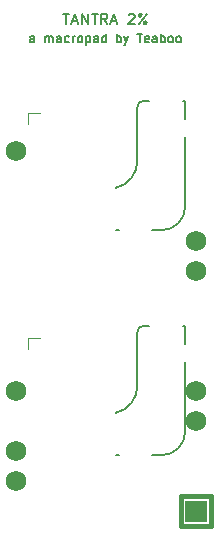
<source format=gbr>
%TF.GenerationSoftware,KiCad,Pcbnew,(6.0.7-1)-1*%
%TF.CreationDate,2022-12-25T16:24:34+07:00*%
%TF.ProjectId,pcb,7063622e-6b69-4636-9164-5f7063625858,rev?*%
%TF.SameCoordinates,Original*%
%TF.FileFunction,Legend,Top*%
%TF.FilePolarity,Positive*%
%FSLAX46Y46*%
G04 Gerber Fmt 4.6, Leading zero omitted, Abs format (unit mm)*
G04 Created by KiCad (PCBNEW (6.0.7-1)-1) date 2022-12-25 16:24:34*
%MOMM*%
%LPD*%
G01*
G04 APERTURE LIST*
%ADD10C,0.150000*%
%ADD11C,0.381000*%
%ADD12C,0.050000*%
%ADD13C,0.120000*%
%ADD14C,1.752600*%
G04 APERTURE END LIST*
D10*
X125326428Y-48878392D02*
X125840714Y-48878392D01*
X125583571Y-49778392D02*
X125583571Y-48878392D01*
X126097857Y-49521250D02*
X126526428Y-49521250D01*
X126012142Y-49778392D02*
X126312142Y-48878392D01*
X126612142Y-49778392D01*
X126912142Y-49778392D02*
X126912142Y-48878392D01*
X127426428Y-49778392D01*
X127426428Y-48878392D01*
X127726428Y-48878392D02*
X128240714Y-48878392D01*
X127983571Y-49778392D02*
X127983571Y-48878392D01*
X129055000Y-49778392D02*
X128755000Y-49349821D01*
X128540714Y-49778392D02*
X128540714Y-48878392D01*
X128883571Y-48878392D01*
X128969285Y-48921250D01*
X129012142Y-48964107D01*
X129055000Y-49049821D01*
X129055000Y-49178392D01*
X129012142Y-49264107D01*
X128969285Y-49306964D01*
X128883571Y-49349821D01*
X128540714Y-49349821D01*
X129397857Y-49521250D02*
X129826428Y-49521250D01*
X129312142Y-49778392D02*
X129612142Y-48878392D01*
X129912142Y-49778392D01*
X130855000Y-48964107D02*
X130897857Y-48921250D01*
X130983571Y-48878392D01*
X131197857Y-48878392D01*
X131283571Y-48921250D01*
X131326428Y-48964107D01*
X131369285Y-49049821D01*
X131369285Y-49135535D01*
X131326428Y-49264107D01*
X130812142Y-49778392D01*
X131369285Y-49778392D01*
X131712142Y-49778392D02*
X132397857Y-48878392D01*
X131840714Y-48878392D02*
X131926428Y-48921250D01*
X131969285Y-49006964D01*
X131926428Y-49092678D01*
X131840714Y-49135535D01*
X131755000Y-49092678D01*
X131712142Y-49006964D01*
X131755000Y-48921250D01*
X131840714Y-48878392D01*
X132355000Y-49735535D02*
X132397857Y-49649821D01*
X132355000Y-49564107D01*
X132269285Y-49521250D01*
X132183571Y-49564107D01*
X132140714Y-49649821D01*
X132183571Y-49735535D01*
X132269285Y-49778392D01*
X132355000Y-49735535D01*
X122869285Y-51298035D02*
X122869285Y-50905178D01*
X122833571Y-50833750D01*
X122762142Y-50798035D01*
X122619285Y-50798035D01*
X122547857Y-50833750D01*
X122869285Y-51262321D02*
X122797857Y-51298035D01*
X122619285Y-51298035D01*
X122547857Y-51262321D01*
X122512142Y-51190892D01*
X122512142Y-51119464D01*
X122547857Y-51048035D01*
X122619285Y-51012321D01*
X122797857Y-51012321D01*
X122869285Y-50976607D01*
X123797857Y-51298035D02*
X123797857Y-50798035D01*
X123797857Y-50869464D02*
X123833571Y-50833750D01*
X123905000Y-50798035D01*
X124012142Y-50798035D01*
X124083571Y-50833750D01*
X124119285Y-50905178D01*
X124119285Y-51298035D01*
X124119285Y-50905178D02*
X124155000Y-50833750D01*
X124226428Y-50798035D01*
X124333571Y-50798035D01*
X124405000Y-50833750D01*
X124440714Y-50905178D01*
X124440714Y-51298035D01*
X125119285Y-51298035D02*
X125119285Y-50905178D01*
X125083571Y-50833750D01*
X125012142Y-50798035D01*
X124869285Y-50798035D01*
X124797857Y-50833750D01*
X125119285Y-51262321D02*
X125047857Y-51298035D01*
X124869285Y-51298035D01*
X124797857Y-51262321D01*
X124762142Y-51190892D01*
X124762142Y-51119464D01*
X124797857Y-51048035D01*
X124869285Y-51012321D01*
X125047857Y-51012321D01*
X125119285Y-50976607D01*
X125797857Y-51262321D02*
X125726428Y-51298035D01*
X125583571Y-51298035D01*
X125512142Y-51262321D01*
X125476428Y-51226607D01*
X125440714Y-51155178D01*
X125440714Y-50940892D01*
X125476428Y-50869464D01*
X125512142Y-50833750D01*
X125583571Y-50798035D01*
X125726428Y-50798035D01*
X125797857Y-50833750D01*
X126119285Y-51298035D02*
X126119285Y-50798035D01*
X126119285Y-50940892D02*
X126155000Y-50869464D01*
X126190714Y-50833750D01*
X126262142Y-50798035D01*
X126333571Y-50798035D01*
X126690714Y-51298035D02*
X126619285Y-51262321D01*
X126583571Y-51226607D01*
X126547857Y-51155178D01*
X126547857Y-50940892D01*
X126583571Y-50869464D01*
X126619285Y-50833750D01*
X126690714Y-50798035D01*
X126797857Y-50798035D01*
X126869285Y-50833750D01*
X126905000Y-50869464D01*
X126940714Y-50940892D01*
X126940714Y-51155178D01*
X126905000Y-51226607D01*
X126869285Y-51262321D01*
X126797857Y-51298035D01*
X126690714Y-51298035D01*
X127262142Y-50798035D02*
X127262142Y-51548035D01*
X127262142Y-50833750D02*
X127333571Y-50798035D01*
X127476428Y-50798035D01*
X127547857Y-50833750D01*
X127583571Y-50869464D01*
X127619285Y-50940892D01*
X127619285Y-51155178D01*
X127583571Y-51226607D01*
X127547857Y-51262321D01*
X127476428Y-51298035D01*
X127333571Y-51298035D01*
X127262142Y-51262321D01*
X128262142Y-51298035D02*
X128262142Y-50905178D01*
X128226428Y-50833750D01*
X128155000Y-50798035D01*
X128012142Y-50798035D01*
X127940714Y-50833750D01*
X128262142Y-51262321D02*
X128190714Y-51298035D01*
X128012142Y-51298035D01*
X127940714Y-51262321D01*
X127905000Y-51190892D01*
X127905000Y-51119464D01*
X127940714Y-51048035D01*
X128012142Y-51012321D01*
X128190714Y-51012321D01*
X128262142Y-50976607D01*
X128940714Y-51298035D02*
X128940714Y-50548035D01*
X128940714Y-51262321D02*
X128869285Y-51298035D01*
X128726428Y-51298035D01*
X128655000Y-51262321D01*
X128619285Y-51226607D01*
X128583571Y-51155178D01*
X128583571Y-50940892D01*
X128619285Y-50869464D01*
X128655000Y-50833750D01*
X128726428Y-50798035D01*
X128869285Y-50798035D01*
X128940714Y-50833750D01*
X129869285Y-51298035D02*
X129869285Y-50548035D01*
X129869285Y-50833750D02*
X129940714Y-50798035D01*
X130083571Y-50798035D01*
X130155000Y-50833750D01*
X130190714Y-50869464D01*
X130226428Y-50940892D01*
X130226428Y-51155178D01*
X130190714Y-51226607D01*
X130155000Y-51262321D01*
X130083571Y-51298035D01*
X129940714Y-51298035D01*
X129869285Y-51262321D01*
X130476428Y-50798035D02*
X130655000Y-51298035D01*
X130833571Y-50798035D02*
X130655000Y-51298035D01*
X130583571Y-51476607D01*
X130547857Y-51512321D01*
X130476428Y-51548035D01*
X131583571Y-50548035D02*
X132012142Y-50548035D01*
X131797857Y-51298035D02*
X131797857Y-50548035D01*
X132547857Y-51262321D02*
X132476428Y-51298035D01*
X132333571Y-51298035D01*
X132262142Y-51262321D01*
X132226428Y-51190892D01*
X132226428Y-50905178D01*
X132262142Y-50833750D01*
X132333571Y-50798035D01*
X132476428Y-50798035D01*
X132547857Y-50833750D01*
X132583571Y-50905178D01*
X132583571Y-50976607D01*
X132226428Y-51048035D01*
X133226428Y-51298035D02*
X133226428Y-50905178D01*
X133190714Y-50833750D01*
X133119285Y-50798035D01*
X132976428Y-50798035D01*
X132905000Y-50833750D01*
X133226428Y-51262321D02*
X133155000Y-51298035D01*
X132976428Y-51298035D01*
X132905000Y-51262321D01*
X132869285Y-51190892D01*
X132869285Y-51119464D01*
X132905000Y-51048035D01*
X132976428Y-51012321D01*
X133155000Y-51012321D01*
X133226428Y-50976607D01*
X133583571Y-51298035D02*
X133583571Y-50548035D01*
X133583571Y-50833750D02*
X133655000Y-50798035D01*
X133797857Y-50798035D01*
X133869285Y-50833750D01*
X133905000Y-50869464D01*
X133940714Y-50940892D01*
X133940714Y-51155178D01*
X133905000Y-51226607D01*
X133869285Y-51262321D01*
X133797857Y-51298035D01*
X133655000Y-51298035D01*
X133583571Y-51262321D01*
X134369285Y-51298035D02*
X134297857Y-51262321D01*
X134262142Y-51226607D01*
X134226428Y-51155178D01*
X134226428Y-50940892D01*
X134262142Y-50869464D01*
X134297857Y-50833750D01*
X134369285Y-50798035D01*
X134476428Y-50798035D01*
X134547857Y-50833750D01*
X134583571Y-50869464D01*
X134619285Y-50940892D01*
X134619285Y-51155178D01*
X134583571Y-51226607D01*
X134547857Y-51262321D01*
X134476428Y-51298035D01*
X134369285Y-51298035D01*
X135047857Y-51298035D02*
X134976428Y-51262321D01*
X134940714Y-51226607D01*
X134905000Y-51155178D01*
X134905000Y-50940892D01*
X134940714Y-50869464D01*
X134976428Y-50833750D01*
X135047857Y-50798035D01*
X135155000Y-50798035D01*
X135226428Y-50833750D01*
X135262142Y-50869464D01*
X135297857Y-50940892D01*
X135297857Y-51155178D01*
X135262142Y-51226607D01*
X135226428Y-51262321D01*
X135155000Y-51298035D01*
X135047857Y-51298035D01*
%TO.C,SW2*%
X135655220Y-84253926D02*
X135655220Y-78353926D01*
X131605220Y-75803926D02*
X131605220Y-80368750D01*
X132575220Y-75303926D02*
X132105220Y-75303926D01*
X135655220Y-76853926D02*
X135655220Y-75303926D01*
X135655220Y-75303926D02*
X135425220Y-75303926D01*
X132855220Y-86253926D02*
X133655220Y-86253926D01*
X130005220Y-86253926D02*
X129765220Y-86253926D01*
X132105220Y-75303926D02*
G75*
G03*
X131605220Y-75803926I1J-500001D01*
G01*
X129765220Y-82663072D02*
G75*
G03*
X131605220Y-80368750I-509332J2293456D01*
G01*
X133655220Y-86253920D02*
G75*
G03*
X135655220Y-84253926I10J1999990D01*
G01*
D11*
%TO.C,U1*%
X135255000Y-92233750D02*
X135255000Y-89693750D01*
X135255000Y-92233750D02*
X137795000Y-92233750D01*
X135255000Y-89693750D02*
X137795000Y-89693750D01*
X137795000Y-92233750D02*
X137795000Y-89693750D01*
D12*
X135648700Y-91840050D02*
X137401300Y-91840050D01*
X137401300Y-91840050D02*
X137401300Y-90087450D01*
X137401300Y-90087450D02*
X135648700Y-90087450D01*
X135648700Y-90087450D02*
X135648700Y-91840050D01*
G36*
X135648700Y-91840050D02*
G01*
X137401300Y-91840050D01*
X137401300Y-90087450D01*
X135648700Y-90087450D01*
X135648700Y-91840050D01*
G37*
D13*
%TO.C,LED1*%
X122325000Y-57318750D02*
X122325000Y-58218750D01*
X123325000Y-57318750D02*
X122325000Y-57318750D01*
D10*
%TO.C,SW1*%
X135655220Y-65203926D02*
X135655220Y-59303926D01*
X132855220Y-67203926D02*
X133655220Y-67203926D01*
X131605220Y-56753926D02*
X131605220Y-61318750D01*
X135655220Y-56253926D02*
X135425220Y-56253926D01*
X132575220Y-56253926D02*
X132105220Y-56253926D01*
X135655220Y-57803926D02*
X135655220Y-56253926D01*
X130005220Y-67203926D02*
X129765220Y-67203926D01*
X129765220Y-63613072D02*
G75*
G03*
X131605220Y-61318750I-509332J2293456D01*
G01*
X132105220Y-56253926D02*
G75*
G03*
X131605220Y-56753926I1J-500001D01*
G01*
X133655220Y-67203930D02*
G75*
G03*
X135655220Y-65203926I0J2000000D01*
G01*
D13*
%TO.C,LED2*%
X122325000Y-76368750D02*
X122325000Y-77268750D01*
X123325000Y-76368750D02*
X122325000Y-76368750D01*
%TD*%
D14*
%TO.C,U1*%
X136525000Y-83343750D03*
X136525000Y-80803750D03*
X136525000Y-70643750D03*
X136525000Y-68103750D03*
X121285000Y-60483750D03*
X121285000Y-80803750D03*
X121285000Y-85883750D03*
X121285000Y-88423750D03*
%TD*%
M02*

</source>
